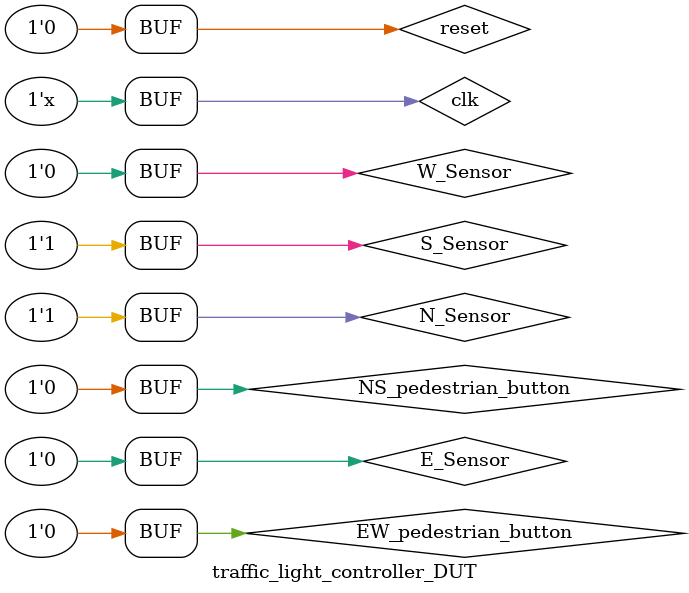
<source format=sv>
module traffic_light_controller_DUT();

//input N_Sensor,S_Sensor,E_Sensor,W_Sensor,
//input clk,reset,NS_pedestrian_button,EW_pedestrian_button,
//output reg[2:0] NS_direction,EW_direction,
//output reg NS_pedestrian_Signal,EW_pedestrian_Signal
reg N_Sensor,S_Sensor,E_Sensor,W_Sensor;
reg [2:0] NS_direction,EW_direction;
reg reset,clk,NS_pedestrian_button,EW_pedestrian_button;
wire NS_pedestrian_Signal,EW_pedestrian_Signal;

traffic_light_controller tb (N_Sensor,S_Sensor,E_Sensor,W_Sensor,clk,reset,NS_pedestrian_button,EW_pedestrian_button,
NS_direction,EW_direction,NS_pedestrian_Signal,EW_pedestrian_Signal);

 always begin
        #5 clk = ~clk;  
    end

initial begin
clk = 0; reset = 0;NS_pedestrian_button = 0;EW_pedestrian_button = 0;
#10
reset = 1;
#10
reset = 0;N_Sensor = 1;S_Sensor = 1;E_Sensor = 1;W_Sensor = 1;
#100 reset = 0;NS_pedestrian_button = 0;EW_pedestrian_button = 0;
#100 
#100
#100

NS_pedestrian_button = 1;EW_pedestrian_button = 1;
#200;
reset = 1;
#10
reset = 0;N_Sensor = 0;S_Sensor = 0;E_Sensor = 1;W_Sensor = 1;
#100 reset = 0;NS_pedestrian_button = 0;EW_pedestrian_button = 0;
#100 
#100
#100

NS_pedestrian_button = 1;EW_pedestrian_button = 1;
#200;
reset = 1;
#10
reset = 0;N_Sensor = 1;S_Sensor = 1;E_Sensor = 0;W_Sensor = 0;
#100 reset = 0;NS_pedestrian_button = 0;EW_pedestrian_button = 0;
#100 
#100
#100

NS_pedestrian_button = 1;EW_pedestrian_button = 1;
#200;
#100 reset = 0;NS_pedestrian_button = 0;EW_pedestrian_button = 0;
end

endmodule
</source>
